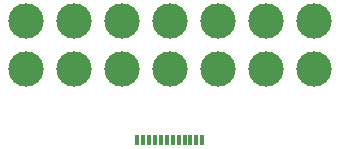
<source format=gbr>
%TF.GenerationSoftware,KiCad,Pcbnew,7.0.5*%
%TF.CreationDate,2024-03-05T09:12:16-05:00*%
%TF.ProjectId,female_connector,66656d61-6c65-45f6-936f-6e6e6563746f,rev?*%
%TF.SameCoordinates,Original*%
%TF.FileFunction,Paste,Top*%
%TF.FilePolarity,Positive*%
%FSLAX46Y46*%
G04 Gerber Fmt 4.6, Leading zero omitted, Abs format (unit mm)*
G04 Created by KiCad (PCBNEW 7.0.5) date 2024-03-05 09:12:16*
%MOMM*%
%LPD*%
G01*
G04 APERTURE LIST*
%ADD10R,0.300000X0.900000*%
%ADD11C,3.000000*%
G04 APERTURE END LIST*
D10*
%TO.C,J2*%
X137585000Y-87780000D03*
X138085000Y-87780000D03*
X138585000Y-87780000D03*
X139085000Y-87780000D03*
X139585000Y-87780000D03*
X140085000Y-87780000D03*
X140585000Y-87780000D03*
X141085000Y-87780000D03*
X141585000Y-87780000D03*
X142085000Y-87780000D03*
X142585000Y-87780000D03*
X143085000Y-87780000D03*
%TD*%
D11*
%TO.C,J1*%
X128143000Y-77724000D03*
X132207000Y-77724000D03*
X136271000Y-77724000D03*
X140335000Y-77724000D03*
X144399000Y-77724000D03*
X148463000Y-77724000D03*
X152527000Y-77724000D03*
X128143000Y-81788000D03*
X132207000Y-81788000D03*
X136271000Y-81788000D03*
X140335000Y-81788000D03*
X144399000Y-81788000D03*
X148463000Y-81788000D03*
X152527000Y-81788000D03*
%TD*%
M02*

</source>
